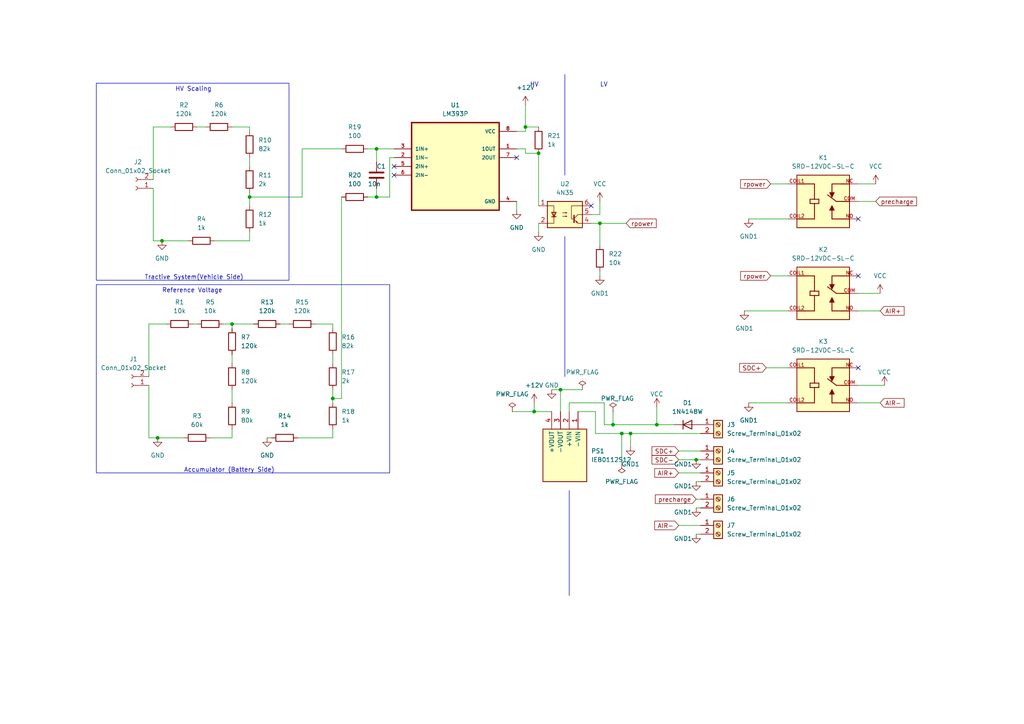
<source format=kicad_sch>
(kicad_sch (version 20230121) (generator eeschema)
  (paper "A4")
  (lib_symbols
    (symbol "Connector:Conn_01x02_Socket" (pin_names (offset 1.016) hide)
      (property "Reference" "J" (at 0 2.54 0))
      (property "Value" "Conn_01x02_Socket" (at 0 -5.08 0))
      (symbol "Conn_01x02_Socket_1_1"
        (arc (start 0 -2.032) (mid -0.5058 -2.54) (end 0 -3.048) (stroke (width 0.1524)))
        (polyline (pts (xy -1.27 -2.54) (xy -0.508 -2.54)) (stroke (width 0.1524)))
        (polyline (pts (xy -1.27 0) (xy -0.508 0)) (stroke (width 0.1524)))
        (arc (start 0 0.508) (mid -0.5058 0) (end 0 -0.508) (stroke (width 0.1524)))
        (pin passive line (at -5.08 0 0) (length 3.81) (name "Pin_1") (number "1"))
        (pin passive line (at -5.08 -2.54 0) (length 3.81) (name "Pin_2") (number "2"))
      )
    )
    (symbol "Connector:Screw_Terminal_01x02" (pin_names (offset 1.016) hide)
      (property "Reference" "J" (at 0 2.54 0))
      (property "Value" "Screw_Terminal_01x02" (at 0 -5.08 0))
      (symbol "Screw_Terminal_01x02_1_1"
        (rectangle (start -1.27 1.27) (end 1.27 -3.81) (stroke (width 0.254)) (fill (type background)))
        (circle (center 0 -2.54) (radius 0.635) (stroke (width 0.1524)))
        (polyline (pts (xy -0.5334 -2.2098) (xy 0.3302 -3.048)) (stroke (width 0.1524)))
        (polyline (pts (xy -0.5334 0.3302) (xy 0.3302 -0.508)) (stroke (width 0.1524)))
        (polyline (pts (xy -0.3556 -2.032) (xy 0.508 -2.8702)) (stroke (width 0.1524)))
        (polyline (pts (xy -0.3556 0.508) (xy 0.508 -0.3302)) (stroke (width 0.1524)))
        (circle (center 0 0) (radius 0.635) (stroke (width 0.1524)))
        (pin passive line (at -5.08 0 0) (length 3.81) (name "Pin_1") (number "1"))
        (pin passive line (at -5.08 -2.54 0) (length 3.81) (name "Pin_2") (number "2"))
      )
    )
    (symbol "Device:C" (pin_numbers hide) (pin_names (offset 0.254))
      (property "Reference" "C" (at 0.635 2.54 0))
      (property "Value" "C" (at 0.635 -2.54 0))
      (symbol "C_0_1"
        (polyline (pts (xy -2.032 -0.762) (xy 2.032 -0.762)) (stroke (width 0.508)))
        (polyline (pts (xy -2.032 0.762) (xy 2.032 0.762)) (stroke (width 0.508)))
      )
      (symbol "C_1_1"
        (pin passive line (at 0 3.81 270) (length 2.794) (name "~") (number "1"))
        (pin passive line (at 0 -3.81 90) (length 2.794) (name "~") (number "2"))
      )
    )
    (symbol "Device:R" (pin_numbers hide) (pin_names (offset 0))
      (property "Reference" "R" (at 2.032 0 90))
      (property "Value" "R" (at 0 0 90))
      (symbol "R_0_1"
        (rectangle (start -1.016 -2.54) (end 1.016 2.54) (stroke (width 0.254)))
      )
      (symbol "R_1_1"
        (pin passive line (at 0 3.81 270) (length 1.27) (name "~") (number "1"))
        (pin passive line (at 0 -3.81 90) (length 1.27) (name "~") (number "2"))
      )
    )
    (symbol "Diode:1N4148W" (pin_numbers hide) (pin_names hide)
      (property "Reference" "D" (at 0 2.54 0))
      (property "Value" "1N4148W" (at 0 -2.54 0))
      (symbol "1N4148W_0_1"
        (polyline (pts (xy -1.27 1.27) (xy -1.27 -1.27)) (stroke (width 0.254)))
        (polyline (pts (xy 1.27 0) (xy -1.27 0)))
        (polyline (pts (xy 1.27 1.27) (xy 1.27 -1.27) (xy -1.27 0) (xy 1.27 1.27)) (stroke (width 0.254)))
      )
      (symbol "1N4148W_1_1"
        (pin passive line (at -3.81 0 0) (length 2.54) (name "K") (number "1"))
        (pin passive line (at 3.81 0 180) (length 2.54) (name "A") (number "2"))
      )
    )
    (symbol "IEB0112S12:IEB0112S12"
      (property "Reference" "PS" (at 21.59 7.62 0))
      (property "Value" "IEB0112S12" (at 21.59 5.08 0))
      (symbol "IEB0112S12_1_1"
        (rectangle (start 5.08 2.54) (end 20.32 -10.16) (stroke (width 0.254)) (fill (type background)))
        (pin passive line (at 0 0 0) (length 5.08) (name "-VIN") (number "1"))
        (pin passive line (at 0 -2.54 0) (length 5.08) (name "+VIN") (number "2"))
        (pin passive line (at 0 -5.08 0) (length 5.08) (name "-VOUT") (number "3"))
        (pin passive line (at 0 -7.62 0) (length 5.08) (name "+VOUT") (number "4"))
      )
    )
    (symbol "Isolator:4N35" (pin_names (offset 1.016))
      (property "Reference" "U" (at -5.08 5.08 0))
      (property "Value" "4N35" (at 0 5.08 0))
      (symbol "4N35_0_1"
        (rectangle (start -5.08 3.81) (end 5.08 -3.81) (stroke (width 0.254)) (fill (type background)))
        (polyline (pts (xy -3.81 -0.635) (xy -2.54 -0.635)) (stroke (width 0.254)))
        (polyline (pts (xy 2.667 -1.397) (xy 3.81 -2.54)))
        (polyline (pts (xy 2.667 -1.143) (xy 3.81 0)))
        (polyline (pts (xy 3.81 -2.54) (xy 5.08 -2.54)))
        (polyline (pts (xy 3.81 0) (xy 5.08 0)))
        (polyline (pts (xy 2.667 -0.254) (xy 2.667 -2.286) (xy 2.667 -2.286)) (stroke (width 0.3556)))
        (polyline (pts (xy -5.08 -2.54) (xy -3.175 -2.54) (xy -3.175 2.54) (xy -5.08 2.54)))
        (polyline (pts (xy -3.175 -0.635) (xy -3.81 0.635) (xy -2.54 0.635) (xy -3.175 -0.635)) (stroke (width 0.254)))
        (polyline (pts (xy 3.683 -2.413) (xy 3.429 -1.905) (xy 3.175 -2.159) (xy 3.683 -2.413)))
        (polyline (pts (xy 5.08 2.54) (xy 1.905 2.54) (xy 1.905 -1.27) (xy 2.54 -1.27)))
        (polyline (pts (xy -0.635 -0.508) (xy 0.635 -0.508) (xy 0.254 -0.635) (xy 0.254 -0.381) (xy 0.635 -0.508)))
        (polyline (pts (xy -0.635 0.508) (xy 0.635 0.508) (xy 0.254 0.381) (xy 0.254 0.635) (xy 0.635 0.508)))
      )
      (symbol "4N35_1_1"
        (pin passive line (at -7.62 2.54 0) (length 2.54) (name "~") (number "1"))
        (pin passive line (at -7.62 -2.54 0) (length 2.54) (name "~") (number "2"))
        (pin no_connect line (at -5.08 0 0) (length 2.54) hide (name "NC") (number "3"))
        (pin passive line (at 7.62 -2.54 180) (length 2.54) (name "~") (number "4"))
        (pin passive line (at 7.62 0 180) (length 2.54) (name "~") (number "5"))
        (pin passive line (at 7.62 2.54 180) (length 2.54) (name "~") (number "6"))
      )
    )
    (symbol "LM393:LM393P" (pin_names (offset 1.016))
      (property "Reference" "U" (at -12.7 13.7 0))
      (property "Value" "LM393P" (at -12.7 -16.7 0))
      (symbol "LM393P_0_0"
        (rectangle (start -12.7 -12.7) (end 12.7 12.7) (stroke (width 0.41)) (fill (type background)))
        (pin output line (at 17.78 5.08 180) (length 5.08) (name "1OUT") (number "1"))
        (pin input line (at -17.78 2.54 0) (length 5.08) (name "1IN-") (number "2"))
        (pin input line (at -17.78 5.08 0) (length 5.08) (name "1IN+") (number "3"))
        (pin power_in line (at 17.78 -10.16 180) (length 5.08) (name "GND") (number "4"))
        (pin input line (at -17.78 0 0) (length 5.08) (name "2IN+") (number "5"))
        (pin input line (at -17.78 -2.54 0) (length 5.08) (name "2IN-") (number "6"))
        (pin output line (at 17.78 2.54 180) (length 5.08) (name "2OUT") (number "7"))
        (pin power_in line (at 17.78 10.16 180) (length 5.08) (name "VCC") (number "8"))
      )
    )
    (symbol "SRD-12VDC-SL-C[1]:SRD-12VDC-SL-C" (pin_names (offset 1.016))
      (property "Reference" "K" (at -7.62 8.89 0))
      (property "Value" "SRD-12VDC-SL-C" (at -7.62 -10.16 0))
      (symbol "SRD-12VDC-SL-C_0_0"
        (rectangle (start -7.62 -7.62) (end 7.62 7.62) (stroke (width 0.254)) (fill (type background)))
        (polyline (pts (xy -7.62 -5.08) (xy -2.54 -5.08)) (stroke (width 0.254)))
        (polyline (pts (xy -7.62 5.08) (xy -2.54 5.08)) (stroke (width 0.254)))
        (polyline (pts (xy -3.81 -0.635) (xy -3.81 0.635)) (stroke (width 0.254)))
        (polyline (pts (xy -3.81 0.635) (xy -2.54 0.635)) (stroke (width 0.254)))
        (polyline (pts (xy -2.54 -0.635) (xy -3.81 -0.635)) (stroke (width 0.254)))
        (polyline (pts (xy -2.54 -0.635) (xy -2.54 -5.08)) (stroke (width 0.254)))
        (polyline (pts (xy -2.54 0.635) (xy -1.27 0.635)) (stroke (width 0.254)))
        (polyline (pts (xy -2.54 5.08) (xy -2.54 0.635)) (stroke (width 0.254)))
        (polyline (pts (xy -1.27 -0.635) (xy -2.54 -0.635)) (stroke (width 0.254)))
        (polyline (pts (xy -1.27 0.635) (xy -1.27 -0.635)) (stroke (width 0.254)))
        (polyline (pts (xy 2.54 -5.08) (xy 2.54 -2.54)) (stroke (width 0.254)))
        (polyline (pts (xy 2.54 5.08) (xy 2.54 2.54)) (stroke (width 0.254)))
        (polyline (pts (xy 2.54 5.08) (xy 7.62 5.08)) (stroke (width 0.254)))
        (polyline (pts (xy 3.81 0) (xy 1.27 1.905)) (stroke (width 0.254)))
        (polyline (pts (xy 7.62 -5.08) (xy 2.54 -5.08)) (stroke (width 0.254)))
        (polyline (pts (xy 7.62 0) (xy 3.81 0)) (stroke (width 0.254)))
        (polyline (pts (xy 1.905 -2.54) (xy 3.175 -2.54) (xy 2.54 -1.27) (xy 1.905 -2.54)) (stroke (width 0.254)) (fill (type outline)))
        (polyline (pts (xy 3.175 2.54) (xy 1.905 2.54) (xy 2.54 1.27) (xy 3.175 2.54)) (stroke (width 0.254)) (fill (type outline)))
        (pin passive line (at -10.16 5.08 0) (length 5.08) (name "~") (number "COIL1"))
        (pin passive line (at -10.16 -5.08 0) (length 5.08) (name "~") (number "COIL2"))
        (pin passive line (at 10.16 0 180) (length 5.08) (name "~") (number "COM"))
        (pin passive line (at 10.16 5.08 180) (length 5.08) (name "~") (number "NC"))
        (pin passive line (at 10.16 -5.08 180) (length 5.08) (name "~") (number "NO"))
      )
    )
    (symbol "power:+12V" (power) (pin_names (offset 0))
      (property "Value" "+12V" (at 0 3.556 0))
      (symbol "+12V_0_1"
        (polyline (pts (xy -0.762 1.27) (xy 0 2.54)))
        (polyline (pts (xy 0 0) (xy 0 2.54)))
        (polyline (pts (xy 0 2.54) (xy 0.762 1.27)))
      )
      (symbol "+12V_1_1"
        (pin power_in line (at 0 0 90) (length 0) hide (name "+12V") (number "1"))
      )
    )
    (symbol "power:GND" (power) (pin_names (offset 0))
      (property "Value" "GND" (at 0 -3.81 0))
      (symbol "GND_0_1"
        (polyline (pts (xy 0 0) (xy 0 -1.27) (xy 1.27 -1.27) (xy 0 -2.54) (xy -1.27 -1.27) (xy 0 -1.27)))
      )
      (symbol "GND_1_1"
        (pin power_in line (at 0 0 270) (length 0) hide (name "GND") (number "1"))
      )
    )
    (symbol "power:GND1" (power) (pin_names (offset 0))
      (property "Value" "GND1" (at 0 -3.81 0))
      (symbol "GND1_0_1"
        (polyline (pts (xy 0 0) (xy 0 -1.27) (xy 1.27 -1.27) (xy 0 -2.54) (xy -1.27 -1.27) (xy 0 -1.27)))
      )
      (symbol "GND1_1_1"
        (pin power_in line (at 0 0 270) (length 0) hide (name "GND1") (number "1"))
      )
    )
    (symbol "power:PWR_FLAG" (power) (pin_numbers hide) (pin_names (offset 0) hide)
      (property "Value" "PWR_FLAG" (at 0 3.81 0))
      (symbol "PWR_FLAG_0_0"
        (pin power_out line (at 0 0 90) (length 0) (name "pwr") (number "1"))
      )
      (symbol "PWR_FLAG_0_1"
        (polyline (pts (xy 0 0) (xy 0 1.27) (xy -1.016 1.905) (xy 0 2.54) (xy 1.016 1.905) (xy 0 1.27)))
      )
    )
    (symbol "power:VCC" (power) (pin_names (offset 0))
      (property "Value" "VCC" (at 0 3.81 0))
      (symbol "VCC_0_1"
        (polyline (pts (xy -0.762 1.27) (xy 0 2.54)))
        (polyline (pts (xy 0 0) (xy 0 2.54)))
        (polyline (pts (xy 0 2.54) (xy 0.762 1.27)))
      )
      (symbol "VCC_1_1"
        (pin power_in line (at 0 0 90) (length 0) hide (name "VCC") (number "1"))
      )
    )
  )
  (junction (at 190.5 123.19))
  (junction (at 67.31 93.98))
  (junction (at 46.99 69.85))
  (junction (at 152.4 36.83))
  (junction (at 72.39 57.15))
  (junction (at 154.94 119.38))
  (junction (at 45.72 127))
  (junction (at 162.56 113.03))
  (junction (at 156.21 44.45))
  (junction (at 96.52 115.57))
  (junction (at 201.93 133.35))
  (junction (at 180.34 125.73))
  (junction (at 109.22 43.18))
  (junction (at 173.99 64.77))
  (junction (at 182.88 125.73))
  (junction (at 109.22 57.15))
  (junction (at 177.8 123.19))
  (no_connect (at 248.92 80.01))
  (no_connect (at 114.3 48.26))
  (no_connect (at 171.45 59.69))
  (no_connect (at 149.86 45.72))
  (no_connect (at 248.92 106.68))
  (no_connect (at 114.3 50.8))
  (no_connect (at 248.92 63.5))
  (wire (pts (xy 46.99 69.85) (xy 54.61 69.85)))
  (wire (pts (xy 217.17 63.5) (xy 228.6 63.5)))
  (wire (pts (xy 67.31 93.98) (xy 67.31 95.25)))
  (wire (pts (xy 44.45 52.07) (xy 44.45 36.83)))
  (wire (pts (xy 196.85 137.16) (xy 203.2 137.16)))
  (wire (pts (xy 201.93 144.78) (xy 203.2 144.78)))
  (wire (pts (xy 67.31 93.98) (xy 73.66 93.98)))
  (wire (pts (xy 96.52 102.87) (xy 96.52 105.41)))
  (wire (pts (xy 45.72 127) (xy 53.34 127)))
  (wire (pts (xy 175.26 123.19) (xy 177.8 123.19)))
  (wire (pts (xy 44.45 36.83) (xy 49.53 36.83)))
  (wire (pts (xy 173.99 78.74) (xy 173.99 80.01)))
  (wire (pts (xy 91.44 93.98) (xy 96.52 93.98)))
  (wire (pts (xy 156.21 44.45) (xy 156.21 59.69)))
  (wire (pts (xy 149.86 38.1) (xy 152.4 38.1)))
  (wire (pts (xy 152.4 36.83) (xy 156.21 36.83)))
  (wire (pts (xy 190.5 123.19) (xy 195.58 123.19)))
  (wire (pts (xy 64.77 93.98) (xy 67.31 93.98)))
  (wire (pts (xy 223.52 53.34) (xy 228.6 53.34)))
  (wire (pts (xy 248.92 53.34) (xy 254 53.34)))
  (wire (pts (xy 148.59 119.38) (xy 154.94 119.38)))
  (wire (pts (xy 152.4 30.48) (xy 152.4 36.83)))
  (wire (pts (xy 43.18 109.22) (xy 43.18 93.98)))
  (wire (pts (xy 60.96 127) (xy 67.31 127)))
  (wire (pts (xy 96.52 127) (xy 96.52 124.46)))
  (wire (pts (xy 215.9 90.17) (xy 228.6 90.17)))
  (wire (pts (xy 106.68 43.18) (xy 109.22 43.18)))
  (wire (pts (xy 109.22 57.15) (xy 113.03 57.15)))
  (wire (pts (xy 87.63 43.18) (xy 99.06 43.18)))
  (wire (pts (xy 106.68 57.15) (xy 109.22 57.15)))
  (wire (pts (xy 72.39 45.72) (xy 72.39 48.26)))
  (wire (pts (xy 201.93 139.7) (xy 203.2 139.7)))
  (wire (pts (xy 96.52 115.57) (xy 99.06 115.57)))
  (wire (pts (xy 72.39 57.15) (xy 72.39 59.69)))
  (wire (pts (xy 248.92 58.42) (xy 254 58.42)))
  (wire (pts (xy 248.92 116.84) (xy 255.27 116.84)))
  (wire (pts (xy 43.18 127) (xy 45.72 127)))
  (wire (pts (xy 96.52 93.98) (xy 96.52 95.25)))
  (wire (pts (xy 182.88 125.73) (xy 182.88 129.54)))
  (wire (pts (xy 154.94 116.84) (xy 154.94 119.38)))
  (wire (pts (xy 201.93 147.32) (xy 203.2 147.32)))
  (wire (pts (xy 173.99 58.42) (xy 173.99 62.23)))
  (wire (pts (xy 173.99 64.77) (xy 181.61 64.77)))
  (wire (pts (xy 149.86 43.18) (xy 152.4 43.18)))
  (wire (pts (xy 62.23 69.85) (xy 72.39 69.85)))
  (wire (pts (xy 149.86 58.42) (xy 149.86 60.96)))
  (wire (pts (xy 162.56 113.03) (xy 162.56 119.38)))
  (wire (pts (xy 223.52 80.01) (xy 228.6 80.01)))
  (wire (pts (xy 162.56 113.03) (xy 168.91 113.03)))
  (wire (pts (xy 44.45 54.61) (xy 44.45 69.85)))
  (wire (pts (xy 173.99 64.77) (xy 173.99 71.12)))
  (wire (pts (xy 167.64 119.38) (xy 172.72 119.38)))
  (wire (pts (xy 172.72 125.73) (xy 180.34 125.73)))
  (wire (pts (xy 81.28 93.98) (xy 83.82 93.98)))
  (wire (pts (xy 196.85 133.35) (xy 201.93 133.35)))
  (wire (pts (xy 109.22 43.18) (xy 109.22 46.99)))
  (wire (pts (xy 180.34 125.73) (xy 182.88 125.73)))
  (wire (pts (xy 67.31 127) (xy 67.31 124.46)))
  (wire (pts (xy 113.03 45.72) (xy 113.03 57.15)))
  (wire (pts (xy 154.94 119.38) (xy 160.02 119.38)))
  (wire (pts (xy 96.52 113.03) (xy 96.52 115.57)))
  (wire (pts (xy 67.31 102.87) (xy 67.31 105.41)))
  (wire (pts (xy 171.45 64.77) (xy 173.99 64.77)))
  (wire (pts (xy 201.93 133.35) (xy 203.2 133.35)))
  (wire (pts (xy 222.25 106.68) (xy 228.6 106.68)))
  (wire (pts (xy 67.31 113.03) (xy 67.31 116.84)))
  (wire (pts (xy 109.22 54.61) (xy 109.22 57.15)))
  (wire (pts (xy 190.5 118.11) (xy 190.5 123.19)))
  (wire (pts (xy 152.4 43.18) (xy 152.4 44.45)))
  (wire (pts (xy 113.03 45.72) (xy 114.3 45.72)))
  (wire (pts (xy 72.39 69.85) (xy 72.39 67.31)))
  (wire (pts (xy 57.15 36.83) (xy 59.69 36.83)))
  (wire (pts (xy 180.34 125.73) (xy 180.34 134.62)))
  (wire (pts (xy 248.92 85.09) (xy 255.27 85.09)))
  (wire (pts (xy 177.8 123.19) (xy 190.5 123.19)))
  (wire (pts (xy 109.22 43.18) (xy 114.3 43.18)))
  (wire (pts (xy 96.52 115.57) (xy 96.52 116.84)))
  (wire (pts (xy 182.88 125.73) (xy 203.2 125.73)))
  (wire (pts (xy 43.18 93.98) (xy 48.26 93.98)))
  (wire (pts (xy 201.93 154.94) (xy 203.2 154.94)))
  (wire (pts (xy 175.26 116.84) (xy 175.26 123.19)))
  (wire (pts (xy 165.1 116.84) (xy 175.26 116.84)))
  (wire (pts (xy 55.88 93.98) (xy 57.15 93.98)))
  (wire (pts (xy 99.06 57.15) (xy 99.06 115.57)))
  (wire (pts (xy 43.18 111.76) (xy 43.18 127)))
  (wire (pts (xy 72.39 55.88) (xy 72.39 57.15)))
  (wire (pts (xy 165.1 116.84) (xy 165.1 119.38)))
  (wire (pts (xy 152.4 36.83) (xy 152.4 38.1)))
  (wire (pts (xy 67.31 36.83) (xy 72.39 36.83)))
  (wire (pts (xy 196.85 152.4) (xy 203.2 152.4)))
  (wire (pts (xy 217.17 116.84) (xy 228.6 116.84)))
  (wire (pts (xy 248.92 90.17) (xy 255.27 90.17)))
  (wire (pts (xy 44.45 69.85) (xy 46.99 69.85)))
  (wire (pts (xy 196.85 130.81) (xy 203.2 130.81)))
  (wire (pts (xy 173.99 62.23) (xy 171.45 62.23)))
  (wire (pts (xy 248.92 111.76) (xy 256.54 111.76)))
  (wire (pts (xy 156.21 64.77) (xy 156.21 67.31)))
  (wire (pts (xy 152.4 44.45) (xy 156.21 44.45)))
  (wire (pts (xy 172.72 119.38) (xy 172.72 125.73)))
  (wire (pts (xy 86.36 127) (xy 96.52 127)))
  (wire (pts (xy 72.39 57.15) (xy 87.63 57.15)))
  (wire (pts (xy 87.63 43.18) (xy 87.63 57.15)))
  (wire (pts (xy 177.8 119.38) (xy 177.8 123.19)))
  (wire (pts (xy 72.39 36.83) (xy 72.39 38.1)))
  (wire (pts (xy 77.47 127) (xy 78.74 127)))
  (wire (pts (xy 160.02 113.03) (xy 162.56 113.03)))
  (rectangle (start 27.94 24.13) (end 83.82 81.28))
  (rectangle (start 163.83 21.59) (end 163.83 50.8))
  (rectangle (start 163.83 68.58) (end 163.83 109.22))
  (rectangle (start 165.1 142.24) (end 165.1 172.72))
  (rectangle (start 27.94 82.55) (end 113.03 137.16))
  (text "HV Scaling" (at 50.8 26.67 0) (effects (font (size 1.27 1.27)) (justify left bottom)))
  (text "LV" (at 173.99 25.4 0) (effects (font (size 1.27 1.27)) (justify left bottom)))
  (text "HV" (at 153.67 25.4 0) (effects (font (size 1.27 1.27)) (justify left bottom)))
  (text "Reference Voltage" (at 46.99 85.09 0) (effects (font (size 1.27 1.27)) (justify left bottom)))
  (text "Accumulator (Battery Side)" (at 53.34 137.16 0) (effects (font (size 1.27 1.27)) (justify left bottom)))
  (text "Tractive System(Vehicle Side)" (at 41.91 81.28 0) (effects (font (size 1.27 1.27)) (justify left bottom)))
  (global_label "precharge" (shape input) (at 201.93 144.78 180) (property "Intersheetrefs" "${INTERSHEET_REFS}" (effects hide)))
  (global_label "SDC-" (shape input) (at 196.85 133.35 180) (property "Intersheetrefs" "${INTERSHEET_REFS}" (effects hide)))
  (global_label "rpower" (shape input) (at 181.61 64.77 0) (property "Intersheetrefs" "${INTERSHEET_REFS}" (effects hide)))
  (global_label "SDC+" (shape input) (at 196.85 130.81 180) (property "Intersheetrefs" "${INTERSHEET_REFS}" (effects hide)))
  (global_label "AIR-" (shape input) (at 255.27 116.84 0) (property "Intersheetrefs" "${INTERSHEET_REFS}" (effects hide)))
  (global_label "AIR+" (shape input) (at 196.85 137.16 180) (property "Intersheetrefs" "${INTERSHEET_REFS}" (effects hide)))
  (global_label "AIR-" (shape input) (at 196.85 152.4 180) (property "Intersheetrefs" "${INTERSHEET_REFS}" (effects hide)))
  (global_label "SDC+" (shape input) (at 222.25 106.68 180) (property "Intersheetrefs" "${INTERSHEET_REFS}" (effects hide)))
  (global_label "rpower" (shape input) (at 223.52 53.34 180) (property "Intersheetrefs" "${INTERSHEET_REFS}" (effects hide)))
  (global_label "precharge" (shape input) (at 254 58.42 0) (property "Intersheetrefs" "${INTERSHEET_REFS}" (effects hide)))
  (global_label "rpower" (shape input) (at 223.52 80.01 180) (property "Intersheetrefs" "${INTERSHEET_REFS}" (effects hide)))
  (global_label "AIR+" (shape input) (at 255.27 90.17 0) (property "Intersheetrefs" "${INTERSHEET_REFS}" (effects hide)))
  (symbol (lib_id "Device:C") (at 109.22 50.8 0) (unit 1)
    (property "Reference" "C1" (at 109.22 48.26 0) (effects (justify left)))
    (property "Value" "10n" (at 106.68 53.34 0) (effects (justify left)))
    (property "Footprint" "Capacitor_SMD:C_0603_1608Metric" (effects hide))
  )
  (symbol (lib_id "power:GND") (at 77.47 127 0) (unit 1)
    (property "Reference" "#PWR03" (effects hide))
    (property "Value" "GND" (at 77.47 132.08 0))
  )
  (symbol (lib_id "power:GND") (at 160.02 113.03 0) (unit 1)
    (property "Reference" "#PWR08" (effects hide))
    (property "Value" "GND" (at 160.02 111.76 0))
  )
  (symbol (lib_id "SRD-12VDC-SL-C[1]:SRD-12VDC-SL-C") (at 238.76 58.42 0) (unit 1)
    (property "Reference" "K1" (at 238.76 45.72 0))
    (property "Value" "SRD-12VDC-SL-C" (at 238.76 48.26 0))
    (property "Footprint" "SRD-12VDC-SL-C:RELAY_SRD-12VDC-SL-C" (effects hide))
    (property "PARTREV" "1.0" (effects hide))
    (property "STANDARD" "IPC 7351B" (effects hide))
    (property "MAXIMUM_PACKAGE_HEIGHT" "15.8 mm" (effects hide))
    (property "MANUFACTURER" "Songle Relay" (effects hide))
  )
  (symbol (lib_id "power:GND1") (at 201.93 147.32 0) (unit 1)
    (property "Reference" "#PWR016" (effects hide))
    (property "Value" "GND1" (at 198.12 148.59 0))
  )
  (symbol (lib_id "power:GND") (at 45.72 127 0) (unit 1)
    (property "Reference" "#PWR01" (effects hide))
    (property "Value" "GND" (at 45.72 132.08 0))
  )
  (symbol (lib_id "Device:R") (at 67.31 109.22 0) (unit 1)
    (property "Reference" "R8" (at 69.85 107.95 0) (effects (justify left)))
    (property "Value" "120k" (at 69.85 110.49 0) (effects (justify left)))
    (property "Footprint" "Resistor_SMD:R_0805_2012Metric" (effects hide))
  )
  (symbol (lib_id "power:+12V") (at 154.94 116.84 0) (unit 1)
    (property "Reference" "#PWR06" (effects hide))
    (property "Value" "+12V" (at 154.94 111.76 0))
  )
  (symbol (lib_id "Connector:Screw_Terminal_01x02") (at 208.28 137.16 0) (unit 1)
    (property "Reference" "J5" (at 210.82 137.16 0) (effects (justify left)))
    (property "Value" "Screw_Terminal_01x02" (at 210.82 139.7 0) (effects (justify left)))
    (property "Footprint" "TerminalBlock_Phoenix:TerminalBlock_Phoenix_MKDS-1,5-2-5.08_1x02_P5.08mm_Horizontal" (effects hide))
  )
  (symbol (lib_id "Isolator:4N35") (at 163.83 62.23 0) (unit 1)
    (property "Reference" "U2" (at 163.83 53.34 0))
    (property "Value" "4N35" (at 163.83 55.88 0))
    (property "Footprint" "Package_DIP:DIP-6_W7.62mm" (effects hide))
    (property "Datasheet" "https://www.vishay.com/docs/81181/4n35.pdf" (effects hide))
  )
  (symbol (lib_id "Connector:Screw_Terminal_01x02") (at 208.28 123.19 0) (unit 1)
    (property "Reference" "J3" (at 210.82 123.19 0) (effects (justify left)))
    (property "Value" "Screw_Terminal_01x02" (at 210.82 125.73 0) (effects (justify left)))
    (property "Footprint" "TerminalBlock_Phoenix:TerminalBlock_Phoenix_MKDS-1,5-2-5.08_1x02_P5.08mm_Horizontal" (effects hide))
  )
  (symbol (lib_id "power:GND1") (at 201.93 139.7 0) (unit 1)
    (property "Reference" "#PWR015" (effects hide))
    (property "Value" "GND1" (at 198.12 140.97 0))
  )
  (symbol (lib_id "Device:R") (at 57.15 127 90) (unit 1)
    (property "Reference" "R3" (at 57.15 120.65 90))
    (property "Value" "60k" (at 57.15 123.19 90))
    (property "Footprint" "Resistor_SMD:R_0805_2012Metric" (effects hide))
  )
  (symbol (lib_id "power:GND1") (at 217.17 116.84 0) (unit 1)
    (property "Reference" "#PWR020" (effects hide))
    (property "Value" "GND1" (at 217.17 121.92 0))
  )
  (symbol (lib_id "Device:R") (at 58.42 69.85 90) (unit 1)
    (property "Reference" "R4" (at 58.42 63.5 90))
    (property "Value" "1k" (at 58.42 66.04 90))
    (property "Footprint" "Resistor_SMD:R_0805_2012Metric" (effects hide))
  )
  (symbol (lib_id "power:+12V") (at 152.4 30.48 0) (unit 1)
    (property "Reference" "#PWR04" (effects hide))
    (property "Value" "+12V" (at 152.4 25.4 0))
  )
  (symbol (lib_id "power:VCC") (at 256.54 111.76 0) (unit 1)
    (property "Reference" "#PWR023" (effects hide))
    (property "Value" "VCC" (at 256.54 107.95 0))
  )
  (symbol (lib_id "power:GND1") (at 173.99 80.01 0) (unit 1)
    (property "Reference" "#PWR010" (effects hide))
    (property "Value" "GND1" (at 173.99 85.09 0))
  )
  (symbol (lib_id "power:PWR_FLAG") (at 180.34 134.62 0) (mirror x) (unit 1)
    (property "Reference" "#FLG05" (effects hide))
    (property "Value" "PWR_FLAG" (at 180.34 139.7 0))
  )
  (symbol (lib_id "power:GND1") (at 182.88 129.54 0) (unit 1)
    (property "Reference" "#PWR011" (effects hide))
    (property "Value" "GND1" (at 182.88 134.62 0))
  )
  (symbol (lib_id "Device:R") (at 102.87 43.18 90) (unit 1)
    (property "Reference" "R19" (at 102.87 36.83 90))
    (property "Value" "100" (at 102.87 39.37 90))
    (property "Footprint" "Resistor_SMD:R_0805_2012Metric" (effects hide))
  )
  (symbol (lib_id "power:GND") (at 149.86 60.96 0) (unit 1)
    (property "Reference" "#PWR07" (effects hide))
    (property "Value" "GND" (at 149.86 66.04 0))
  )
  (symbol (lib_id "Device:R") (at 96.52 99.06 0) (unit 1)
    (property "Reference" "R16" (at 99.06 97.79 0) (effects (justify left)))
    (property "Value" "82k" (at 99.06 100.33 0) (effects (justify left)))
    (property "Footprint" "Resistor_SMD:R_0805_2012Metric" (effects hide))
  )
  (symbol (lib_id "Device:R") (at 77.47 93.98 270) (unit 1)
    (property "Reference" "R13" (at 77.47 87.63 90))
    (property "Value" "120k" (at 77.47 90.17 90))
    (property "Footprint" "Resistor_SMD:R_0805_2012Metric" (effects hide))
  )
  (symbol (lib_id "Device:R") (at 173.99 74.93 0) (unit 1)
    (property "Reference" "R22" (at 176.53 73.66 0) (effects (justify left)))
    (property "Value" "10k" (at 176.53 76.2 0) (effects (justify left)))
    (property "Footprint" "Resistor_SMD:R_0805_2012Metric" (effects hide))
  )
  (symbol (lib_id "power:GND1") (at 201.93 133.35 0) (unit 1)
    (property "Reference" "#PWR014" (effects hide))
    (property "Value" "GND1" (at 198.12 134.62 0))
  )
  (symbol (lib_id "Device:R") (at 67.31 120.65 0) (unit 1)
    (property "Reference" "R9" (at 69.85 119.38 0) (effects (justify left)))
    (property "Value" "80k" (at 69.85 121.92 0) (effects (justify left)))
    (property "Footprint" "Resistor_SMD:R_0805_2012Metric" (effects hide))
  )
  (symbol (lib_id "power:VCC") (at 255.27 85.09 0) (unit 1)
    (property "Reference" "#PWR022" (effects hide))
    (property "Value" "VCC" (at 255.27 80.01 0))
  )
  (symbol (lib_id "IEB0112S12:IEB0112S12") (at 167.64 119.38 270) (unit 1)
    (property "Reference" "PS1" (at 171.45 130.81 90) (effects (justify left)))
    (property "Value" "IEB0112S12" (at 171.45 133.35 90) (effects (justify left)))
    (property "Footprint" "IEB0112S12:IEB0112S12" (effects hide))
    (property "Height" "10.41" (effects hide))
    (property "Mouser Part Number" "209-IEB0112S12" (effects hide))
    (property "Mouser Price/Stock" "https://www.mouser.co.uk/ProductDetail/XP-Power/IEB0112S12?qs=Y0Uzf4wQF3nt5Uq2AwvXpg%3D%3D" (effects hide))
    (property "Manufacturer_Name" "XP POWER" (effects hide))
    (property "Manufacturer_Part_Number" "IEB0112S12" (effects hide))
  )
  (symbol (lib_id "Device:R") (at 72.39 41.91 0) (unit 1)
    (property "Reference" "R10" (at 74.93 40.64 0) (effects (justify left)))
    (property "Value" "82k" (at 74.93 43.18 0) (effects (justify left)))
    (property "Footprint" "Resistor_SMD:R_0805_2012Metric" (effects hide))
  )
  (symbol (lib_id "LM393:LM393P") (at 132.08 48.26 0) (unit 1)
    (property "Reference" "U1" (at 132.08 30.48 0))
    (property "Value" "LM393P" (at 132.08 33.02 0))
    (property "Footprint" "LM393P:DIP794W45P254L959H508Q8" (effects hide))
    (property "MF" "Texas Instruments" (effects hide))
    (property "Description" "\nDual differential comparator, commercial grade\n" (effects hide))
    (property "Package" "PDIP-8 Texas" (effects hide))
    (property "Price" "None" (effects hide))
    (property "SnapEDA_Link" "https://www.snapeda.com/parts/LM393P/Texas+Instruments/view-part/?ref=snap" (effects hide))
    (property "MP" "LM393P" (effects hide))
    (property "Purchase-URL" "https://www.snapeda.com/api/url_track_click_mouser/?unipart_id=6436&manufacturer=Texas Instruments&part_name=LM393P&search_term=lm393" (effects hide))
    (property "Availability" "In Stock" (effects hide))
    (property "Check_prices" "https://www.snapeda.com/parts/LM393P/Texas+Instruments/view-part/?ref=eda" (effects hide))
  )
  (symbol (lib_id "Device:R") (at 52.07 93.98 270) (unit 1)
    (property "Reference" "R1" (at 52.07 87.63 90))
    (property "Value" "10k" (at 52.07 90.17 90))
    (property "Footprint" "Resistor_SMD:R_0805_2012Metric" (effects hide))
  )
  (symbol (lib_id "power:GND") (at 156.21 67.31 0) (unit 1)
    (property "Reference" "#PWR05" (effects hide))
    (property "Value" "GND" (at 156.21 72.39 0))
  )
  (symbol (lib_id "Diode:1N4148W") (at 199.39 123.19 0) (unit 1)
    (property "Reference" "D1" (at 199.39 116.84 0))
    (property "Value" "1N4148W" (at 199.39 119.38 0))
    (property "Footprint" "Diode_SMD:D_SOD-123" (effects hide))
    (property "Datasheet" "https://www.vishay.com/docs/85748/1n4148w.pdf" (effects hide))
    (property "Sim.Device" "D" (effects hide))
    (property "Sim.Pins" "1=K 2=A" (effects hide))
  )
  (symbol (lib_id "Device:R") (at 63.5 36.83 90) (unit 1)
    (property "Reference" "R6" (at 63.5 30.48 90))
    (property "Value" "120k" (at 63.5 33.02 90))
    (property "Footprint" "Resistor_SMD:R_0805_2012Metric" (effects hide))
  )
  (symbol (lib_id "Device:R") (at 96.52 120.65 0) (unit 1)
    (property "Reference" "R18" (at 99.06 119.38 0) (effects (justify left)))
    (property "Value" "1k" (at 99.06 121.92 0) (effects (justify left)))
    (property "Footprint" "Resistor_SMD:R_0805_2012Metric" (effects hide))
  )
  (symbol (lib_id "Connector:Screw_Terminal_01x02") (at 208.28 144.78 0) (unit 1)
    (property "Reference" "J6" (at 210.82 144.78 0) (effects (justify left)))
    (property "Value" "Screw_Terminal_01x02" (at 210.82 147.32 0) (effects (justify left)))
    (property "Footprint" "TerminalBlock_Phoenix:TerminalBlock_Phoenix_MKDS-1,5-2-5.08_1x02_P5.08mm_Horizontal" (effects hide))
  )
  (symbol (lib_id "SRD-12VDC-SL-C[1]:SRD-12VDC-SL-C") (at 238.76 85.09 0) (unit 1)
    (property "Reference" "K2" (at 238.76 72.39 0))
    (property "Value" "SRD-12VDC-SL-C" (at 238.76 74.93 0))
    (property "Footprint" "SRD-12VDC-SL-C:RELAY_SRD-12VDC-SL-C" (effects hide))
    (property "PARTREV" "1.0" (effects hide))
    (property "STANDARD" "IPC 7351B" (effects hide))
    (property "MAXIMUM_PACKAGE_HEIGHT" "15.8 mm" (effects hide))
    (property "MANUFACTURER" "Songle Relay" (effects hide))
  )
  (symbol (lib_id "Connector:Conn_01x02_Socket") (at 39.37 54.61 180) (unit 1)
    (property "Reference" "J2" (at 40.005 46.99 0))
    (property "Value" "Conn_01x02_Socket" (at 40.005 49.53 0))
    (property "Footprint" "TerminalBlock_Phoenix:TerminalBlock_Phoenix_MKDS-1,5-2-5.08_1x02_P5.08mm_Horizontal" (effects hide))
  )
  (symbol (lib_id "Connector:Conn_01x02_Socket") (at 38.1 111.76 180) (unit 1)
    (property "Reference" "J1" (at 38.735 104.14 0))
    (property "Value" "Conn_01x02_Socket" (at 38.735 106.68 0))
    (property "Footprint" "TerminalBlock_Phoenix:TerminalBlock_Phoenix_MKDS-1,5-2-5.08_1x02_P5.08mm_Horizontal" (effects hide))
  )
  (symbol (lib_id "power:PWR_FLAG") (at 177.8 119.38 0) (unit 1)
    (property "Reference" "#FLG04" (effects hide))
    (property "Value" "PWR_FLAG" (at 179.07 115.57 0))
  )
  (symbol (lib_id "Device:R") (at 53.34 36.83 270) (unit 1)
    (property "Reference" "R2" (at 53.34 30.48 90))
    (property "Value" "120k" (at 53.34 33.02 90))
    (property "Footprint" "Resistor_SMD:R_0805_2012Metric" (effects hide))
  )
  (symbol (lib_id "power:GND1") (at 215.9 90.17 0) (unit 1)
    (property "Reference" "#PWR018" (effects hide))
    (property "Value" "GND1" (at 215.9 95.25 0))
  )
  (symbol (lib_id "Connector:Screw_Terminal_01x02") (at 208.28 152.4 0) (unit 1)
    (property "Reference" "J7" (at 210.82 152.4 0) (effects (justify left)))
    (property "Value" "Screw_Terminal_01x02" (at 210.82 154.94 0) (effects (justify left)))
    (property "Footprint" "TerminalBlock_Phoenix:TerminalBlock_Phoenix_MKDS-1,5-2-5.08_1x02_P5.08mm_Horizontal" (effects hide))
  )
  (symbol (lib_id "Device:R") (at 96.52 109.22 0) (unit 1)
    (property "Reference" "R17" (at 99.06 107.95 0) (effects (justify left)))
    (property "Value" "2k" (at 99.06 110.49 0) (effects (justify left)))
    (property "Footprint" "Resistor_SMD:R_0805_2012Metric" (effects hide))
  )
  (symbol (lib_id "power:VCC") (at 173.99 58.42 0) (unit 1)
    (property "Reference" "#PWR09" (effects hide))
    (property "Value" "VCC" (at 173.99 53.34 0))
  )
  (symbol (lib_id "power:GND1") (at 201.93 154.94 0) (unit 1)
    (property "Reference" "#PWR017" (effects hide))
    (property "Value" "GND1" (at 198.12 156.21 0))
  )
  (symbol (lib_id "Connector:Screw_Terminal_01x02") (at 208.28 130.81 0) (unit 1)
    (property "Reference" "J4" (at 210.82 130.81 0) (effects (justify left)))
    (property "Value" "Screw_Terminal_01x02" (at 210.82 133.35 0) (effects (justify left)))
    (property "Footprint" "TerminalBlock_Phoenix:TerminalBlock_Phoenix_MKDS-1,5-2-5.08_1x02_P5.08mm_Horizontal" (effects hide))
  )
  (symbol (lib_id "SRD-12VDC-SL-C[1]:SRD-12VDC-SL-C") (at 238.76 111.76 0) (unit 1)
    (property "Reference" "K3" (at 238.76 99.06 0))
    (property "Value" "SRD-12VDC-SL-C" (at 238.76 101.6 0))
    (property "Footprint" "SRD-12VDC-SL-C:RELAY_SRD-12VDC-SL-C" (effects hide))
    (property "PARTREV" "1.0" (effects hide))
    (property "STANDARD" "IPC 7351B" (effects hide))
    (property "MAXIMUM_PACKAGE_HEIGHT" "15.8 mm" (effects hide))
    (property "MANUFACTURER" "Songle Relay" (effects hide))
  )
  (symbol (lib_id "power:PWR_FLAG") (at 148.59 119.38 0) (unit 1)
    (property "Reference" "#FLG02" (effects hide))
    (property "Value" "PWR_FLAG" (at 148.59 114.3 0))
  )
  (symbol (lib_id "Device:R") (at 87.63 93.98 90) (unit 1)
    (property "Reference" "R15" (at 87.63 87.63 90))
    (property "Value" "120k" (at 87.63 90.17 90))
    (property "Footprint" "Resistor_SMD:R_0805_2012Metric" (effects hide))
  )
  (symbol (lib_id "Device:R") (at 156.21 40.64 0) (unit 1)
    (property "Reference" "R21" (at 158.75 39.37 0) (effects (justify left)))
    (property "Value" "1k" (at 158.75 41.91 0) (effects (justify left)))
    (property "Footprint" "Resistor_SMD:R_0805_2012Metric" (effects hide))
  )
  (symbol (lib_id "Device:R") (at 72.39 52.07 0) (unit 1)
    (property "Reference" "R11" (at 74.93 50.8 0) (effects (justify left)))
    (property "Value" "2k" (at 74.93 53.34 0) (effects (justify left)))
    (property "Footprint" "Resistor_SMD:R_0805_2012Metric" (effects hide))
  )
  (symbol (lib_id "power:PWR_FLAG") (at 168.91 113.03 0) (unit 1)
    (property "Reference" "#FLG03" (effects hide))
    (property "Value" "PWR_FLAG" (at 168.91 107.95 0))
  )
  (symbol (lib_id "power:GND1") (at 217.17 63.5 0) (unit 1)
    (property "Reference" "#PWR019" (effects hide))
    (property "Value" "GND1" (at 217.17 68.58 0))
  )
  (symbol (lib_id "Device:R") (at 67.31 99.06 0) (unit 1)
    (property "Reference" "R7" (at 69.85 97.79 0) (effects (justify left)))
    (property "Value" "120k" (at 69.85 100.33 0) (effects (justify left)))
    (property "Footprint" "Resistor_SMD:R_0805_2012Metric" (effects hide))
  )
  (symbol (lib_id "Device:R") (at 102.87 57.15 90) (unit 1)
    (property "Reference" "R20" (at 102.87 50.8 90))
    (property "Value" "100" (at 102.87 53.34 90))
    (property "Footprint" "Resistor_SMD:R_0805_2012Metric" (effects hide))
  )
  (symbol (lib_id "Device:R") (at 82.55 127 90) (unit 1)
    (property "Reference" "R14" (at 82.55 120.65 90))
    (property "Value" "1k" (at 82.55 123.19 90))
    (property "Footprint" "Resistor_SMD:R_0805_2012Metric" (effects hide))
  )
  (symbol (lib_id "power:GND") (at 46.99 69.85 0) (unit 1)
    (property "Reference" "#PWR02" (effects hide))
    (property "Value" "GND" (at 46.99 74.93 0))
  )
  (symbol (lib_id "power:VCC") (at 254 53.34 0) (unit 1)
    (property "Reference" "#PWR021" (effects hide))
    (property "Value" "VCC" (at 254 48.26 0))
  )
  (symbol (lib_id "Device:R") (at 72.39 63.5 0) (unit 1)
    (property "Reference" "R12" (at 74.93 62.23 0) (effects (justify left)))
    (property "Value" "1k" (at 74.93 64.77 0) (effects (justify left)))
    (property "Footprint" "Resistor_SMD:R_0805_2012Metric" (effects hide))
  )
  (symbol (lib_id "Device:R") (at 60.96 93.98 90) (unit 1)
    (property "Reference" "R5" (at 60.96 87.63 90))
    (property "Value" "10k" (at 60.96 90.17 90))
    (property "Footprint" "Resistor_SMD:R_0805_2012Metric" (effects hide))
  )
  (symbol (lib_id "power:VCC") (at 190.5 118.11 0) (unit 1)
    (property "Reference" "#PWR013" (effects hide))
    (property "Value" "VCC" (at 190.5 114.3 0))
  )
)
</source>
